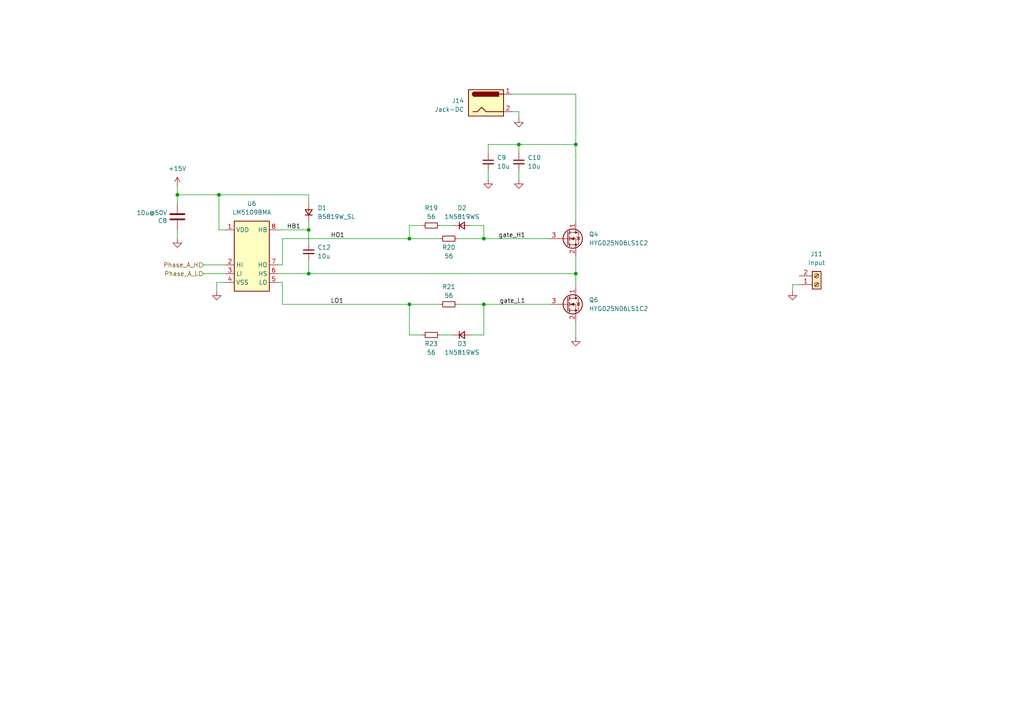
<source format=kicad_sch>
(kicad_sch (version 20230121) (generator eeschema)
  (paper "A4")
  (lib_symbols
    (symbol "Connector:Jack-DC" (pin_names (offset 1.016))
      (property "Reference" "J" (at 0 5.334 0))
      (property "Value" "Jack-DC" (at 0 -5.08 0))
      (symbol "Jack-DC_0_1"
        (rectangle (start -5.08 3.81) (end 5.08 -3.81) (stroke (width 0.254)) (fill (type background)))
        (arc (start -3.302 3.175) (mid -3.9343 2.54) (end -3.302 1.905) (stroke (width 0.254)))
        (arc (start -3.302 3.175) (mid -3.9343 2.54) (end -3.302 1.905) (stroke (width 0.254)) (fill (type outline)))
        (polyline (pts (xy 5.08 2.54) (xy 3.81 2.54)) (stroke (width 0.254)))
        (polyline (pts (xy -3.81 -2.54) (xy -2.54 -2.54) (xy -1.27 -1.27) (xy 0 -2.54) (xy 2.54 -2.54) (xy 5.08 -2.54)) (stroke (width 0.254)))
        (rectangle (start 3.683 3.175) (end -3.302 1.905) (stroke (width 0.254)) (fill (type outline)))
      )
      (symbol "Jack-DC_1_1"
        (pin passive line (at 7.62 2.54 180) (length 2.54) (name "~") (number "1"))
        (pin passive line (at 7.62 -2.54 180) (length 2.54) (name "~") (number "2"))
      )
    )
    (symbol "Connector:Screw_Terminal_01x02" (pin_names (offset 1.016) hide)
      (property "Reference" "J" (at 0 2.54 0))
      (property "Value" "Screw_Terminal_01x02" (at 0 -5.08 0))
      (symbol "Screw_Terminal_01x02_1_1"
        (rectangle (start -1.27 1.27) (end 1.27 -3.81) (stroke (width 0.254)) (fill (type background)))
        (circle (center 0 -2.54) (radius 0.635) (stroke (width 0.1524)))
        (polyline (pts (xy -0.5334 -2.2098) (xy 0.3302 -3.048)) (stroke (width 0.1524)))
        (polyline (pts (xy -0.5334 0.3302) (xy 0.3302 -0.508)) (stroke (width 0.1524)))
        (polyline (pts (xy -0.3556 -2.032) (xy 0.508 -2.8702)) (stroke (width 0.1524)))
        (polyline (pts (xy -0.3556 0.508) (xy 0.508 -0.3302)) (stroke (width 0.1524)))
        (circle (center 0 0) (radius 0.635) (stroke (width 0.1524)))
        (pin passive line (at -5.08 0 0) (length 3.81) (name "Pin_1") (number "1"))
        (pin passive line (at -5.08 -2.54 0) (length 3.81) (name "Pin_2") (number "2"))
      )
    )
    (symbol "D_Small_1" (pin_numbers hide) (pin_names (offset 0.254) hide)
      (property "Reference" "D" (at -1.27 2.032 0))
      (property "Value" "D_Small" (at -3.81 -2.032 0))
      (symbol "D_Small_1_0_1"
        (polyline (pts (xy -0.762 -1.016) (xy -0.762 1.016)) (stroke (width 0.254)))
        (polyline (pts (xy -0.762 0) (xy 0.762 0)))
        (polyline (pts (xy 0.762 -1.016) (xy -0.762 0) (xy 0.762 1.016) (xy 0.762 -1.016)) (stroke (width 0.254)))
      )
      (symbol "D_Small_1_1_1"
        (pin passive line (at -2.54 0 0) (length 1.778) (name "K") (number "1"))
        (pin passive line (at 2.54 0 180) (length 1.778) (name "A") (number "2"))
      )
    )
    (symbol "Device:C" (pin_numbers hide) (pin_names (offset 0.254))
      (property "Reference" "C" (at 0.635 2.54 0))
      (property "Value" "C" (at 0.635 -2.54 0))
      (symbol "C_0_1"
        (polyline (pts (xy -2.032 -0.762) (xy 2.032 -0.762)) (stroke (width 0.508)))
        (polyline (pts (xy -2.032 0.762) (xy 2.032 0.762)) (stroke (width 0.508)))
      )
      (symbol "C_1_1"
        (pin passive line (at 0 3.81 270) (length 2.794) (name "~") (number "1"))
        (pin passive line (at 0 -3.81 90) (length 2.794) (name "~") (number "2"))
      )
    )
    (symbol "Device:C_Small" (pin_numbers hide) (pin_names (offset 0.254) hide)
      (property "Reference" "C" (at 0.254 1.778 0))
      (property "Value" "C_Small" (at 0.254 -2.032 0))
      (symbol "C_Small_0_1"
        (polyline (pts (xy -1.524 -0.508) (xy 1.524 -0.508)) (stroke (width 0.3302)))
        (polyline (pts (xy -1.524 0.508) (xy 1.524 0.508)) (stroke (width 0.3048)))
      )
      (symbol "C_Small_1_1"
        (pin passive line (at 0 2.54 270) (length 2.032) (name "~") (number "1"))
        (pin passive line (at 0 -2.54 90) (length 2.032) (name "~") (number "2"))
      )
    )
    (symbol "Device:D_Small" (pin_numbers hide) (pin_names (offset 0.254) hide)
      (property "Reference" "D" (at -1.27 2.032 0))
      (property "Value" "D_Small" (at -3.81 -2.032 0))
      (symbol "D_Small_0_1"
        (polyline (pts (xy -0.762 -1.016) (xy -0.762 1.016)) (stroke (width 0.254)))
        (polyline (pts (xy -0.762 0) (xy 0.762 0)))
        (polyline (pts (xy 0.762 -1.016) (xy -0.762 0) (xy 0.762 1.016) (xy 0.762 -1.016)) (stroke (width 0.254)))
      )
      (symbol "D_Small_1_1"
        (pin passive line (at -2.54 0 0) (length 1.778) (name "K") (number "1"))
        (pin passive line (at 2.54 0 180) (length 1.778) (name "A") (number "2"))
      )
    )
    (symbol "Device:Q_NMOS_DSG" (pin_names (offset 0) hide)
      (property "Reference" "Q" (at 5.08 1.27 0))
      (property "Value" "Q_NMOS_DSG" (at 5.08 -1.27 0))
      (symbol "Q_NMOS_DSG_0_1"
        (polyline (pts (xy 0.254 0) (xy -2.54 0)))
        (polyline (pts (xy 0.254 1.905) (xy 0.254 -1.905)) (stroke (width 0.254)))
        (polyline (pts (xy 0.762 -1.27) (xy 0.762 -2.286)) (stroke (width 0.254)))
        (polyline (pts (xy 0.762 0.508) (xy 0.762 -0.508)) (stroke (width 0.254)))
        (polyline (pts (xy 0.762 2.286) (xy 0.762 1.27)) (stroke (width 0.254)))
        (polyline (pts (xy 2.54 2.54) (xy 2.54 1.778)))
        (polyline (pts (xy 2.54 -2.54) (xy 2.54 0) (xy 0.762 0)))
        (polyline (pts (xy 0.762 -1.778) (xy 3.302 -1.778) (xy 3.302 1.778) (xy 0.762 1.778)))
        (polyline (pts (xy 1.016 0) (xy 2.032 0.381) (xy 2.032 -0.381) (xy 1.016 0)) (fill (type outline)))
        (polyline (pts (xy 2.794 0.508) (xy 2.921 0.381) (xy 3.683 0.381) (xy 3.81 0.254)))
        (polyline (pts (xy 3.302 0.381) (xy 2.921 -0.254) (xy 3.683 -0.254) (xy 3.302 0.381)))
        (circle (center 1.651 0) (radius 2.794) (stroke (width 0.254)))
        (circle (center 2.54 -1.778) (radius 0.254) (fill (type outline)))
        (circle (center 2.54 1.778) (radius 0.254) (fill (type outline)))
      )
      (symbol "Q_NMOS_DSG_1_1"
        (pin passive line (at 2.54 5.08 270) (length 2.54) (name "D") (number "1"))
        (pin passive line (at 2.54 -5.08 90) (length 2.54) (name "S") (number "2"))
        (pin input line (at -5.08 0 0) (length 2.54) (name "G") (number "3"))
      )
    )
    (symbol "Device:R_Small" (pin_numbers hide) (pin_names (offset 0.254) hide)
      (property "Reference" "R" (at 0.762 0.508 0))
      (property "Value" "R_Small" (at 0.762 -1.016 0))
      (symbol "R_Small_0_1"
        (rectangle (start -0.762 1.778) (end 0.762 -1.778) (stroke (width 0.2032)))
      )
      (symbol "R_Small_1_1"
        (pin passive line (at 0 2.54 270) (length 0.762) (name "~") (number "1"))
        (pin passive line (at 0 -2.54 90) (length 0.762) (name "~") (number "2"))
      )
    )
    (symbol "Driver_FET:LM5109BMA"
      (property "Reference" "U" (at 0 13.97 0))
      (property "Value" "LM5109BMA" (at 0 11.43 0))
      (symbol "LM5109BMA_0_1"
        (rectangle (start -5.08 -10.16) (end 5.08 10.16) (stroke (width 0.254)) (fill (type background)))
      )
      (symbol "LM5109BMA_1_1"
        (pin power_in line (at -7.62 7.62 0) (length 2.54) (name "VDD") (number "1"))
        (pin input line (at -7.62 -2.54 0) (length 2.54) (name "HI") (number "2"))
        (pin input line (at -7.62 -5.08 0) (length 2.54) (name "LI") (number "3"))
        (pin power_in line (at -7.62 -7.62 0) (length 2.54) (name "VSS") (number "4"))
        (pin output line (at 7.62 -7.62 180) (length 2.54) (name "LO") (number "5"))
        (pin passive line (at 7.62 -5.08 180) (length 2.54) (name "HS") (number "6"))
        (pin output line (at 7.62 -2.54 180) (length 2.54) (name "HO") (number "7"))
        (pin passive line (at 7.62 7.62 180) (length 2.54) (name "HB") (number "8"))
      )
    )
    (symbol "power:+15V" (power) (pin_names (offset 0))
      (property "Value" "+15V" (at 0 3.556 0))
      (symbol "+15V_0_1"
        (polyline (pts (xy -0.762 1.27) (xy 0 2.54)))
        (polyline (pts (xy 0 0) (xy 0 2.54)))
        (polyline (pts (xy 0 2.54) (xy 0.762 1.27)))
      )
      (symbol "+15V_1_1"
        (pin power_in line (at 0 0 90) (length 0) hide (name "+15V") (number "1"))
      )
    )
    (symbol "power:GND" (power) (pin_names (offset 0))
      (property "Value" "GND" (at 0 -3.81 0))
      (symbol "GND_0_1"
        (polyline (pts (xy 0 0) (xy 0 -1.27) (xy 1.27 -1.27) (xy 0 -2.54) (xy -1.27 -1.27) (xy 0 -1.27)))
      )
      (symbol "GND_1_1"
        (pin power_in line (at 0 0 270) (length 0) hide (name "GND") (number "1"))
      )
    )
  )
  (junction (at 150.495 41.91))
  (junction (at 167.005 41.91))
  (junction (at 63.5 56.515))
  (junction (at 118.745 88.265))
  (junction (at 89.535 79.375))
  (junction (at 89.535 66.675))
  (junction (at 167.005 79.375))
  (junction (at 140.335 69.215))
  (junction (at 140.335 88.265))
  (junction (at 118.745 69.215))
  (junction (at 51.435 56.515))
  (wire (pts (xy 140.335 65.405) (xy 136.525 65.405)))
  (wire (pts (xy 167.005 41.91) (xy 167.005 64.135)))
  (wire (pts (xy 148.59 27.305) (xy 167.005 27.305)))
  (wire (pts (xy 51.435 56.515) (xy 63.5 56.515)))
  (wire (pts (xy 80.645 66.675) (xy 89.535 66.675)))
  (wire (pts (xy 150.495 32.385) (xy 150.495 34.29)))
  (wire (pts (xy 122.555 65.405) (xy 118.745 65.405)))
  (wire (pts (xy 81.915 69.215) (xy 118.745 69.215)))
  (wire (pts (xy 63.5 56.515) (xy 89.535 56.515)))
  (wire (pts (xy 140.335 88.265) (xy 159.385 88.265)))
  (wire (pts (xy 141.605 49.53) (xy 141.605 52.07)))
  (wire (pts (xy 63.5 56.515) (xy 63.5 66.675)))
  (wire (pts (xy 80.645 81.915) (xy 81.915 81.915)))
  (wire (pts (xy 63.5 66.675) (xy 65.405 66.675)))
  (wire (pts (xy 118.745 88.265) (xy 118.745 97.155)))
  (wire (pts (xy 131.445 97.155) (xy 127.635 97.155)))
  (wire (pts (xy 141.605 41.91) (xy 150.495 41.91)))
  (wire (pts (xy 118.745 65.405) (xy 118.745 69.215)))
  (wire (pts (xy 51.435 56.515) (xy 51.435 59.055)))
  (wire (pts (xy 118.745 69.215) (xy 127.635 69.215)))
  (wire (pts (xy 89.535 56.515) (xy 89.535 59.055)))
  (wire (pts (xy 231.775 82.55) (xy 229.87 82.55)))
  (wire (pts (xy 89.535 64.135) (xy 89.535 66.675)))
  (wire (pts (xy 132.715 69.215) (xy 140.335 69.215)))
  (wire (pts (xy 80.645 79.375) (xy 89.535 79.375)))
  (wire (pts (xy 81.915 76.835) (xy 81.915 69.215)))
  (wire (pts (xy 51.435 53.975) (xy 51.435 56.515)))
  (wire (pts (xy 62.865 81.915) (xy 65.405 81.915)))
  (wire (pts (xy 59.055 79.375) (xy 65.405 79.375)))
  (wire (pts (xy 167.005 41.91) (xy 150.495 41.91)))
  (wire (pts (xy 140.335 69.215) (xy 159.385 69.215)))
  (wire (pts (xy 150.495 49.53) (xy 150.495 52.07)))
  (wire (pts (xy 59.055 76.835) (xy 65.405 76.835)))
  (wire (pts (xy 131.445 65.405) (xy 127.635 65.405)))
  (wire (pts (xy 122.555 97.155) (xy 118.745 97.155)))
  (wire (pts (xy 89.535 79.375) (xy 167.005 79.375)))
  (wire (pts (xy 81.915 81.915) (xy 81.915 88.265)))
  (wire (pts (xy 132.715 88.265) (xy 140.335 88.265)))
  (wire (pts (xy 167.005 79.375) (xy 167.005 83.185)))
  (wire (pts (xy 140.335 97.155) (xy 136.525 97.155)))
  (wire (pts (xy 89.535 79.375) (xy 89.535 75.565)))
  (wire (pts (xy 148.59 32.385) (xy 150.495 32.385)))
  (wire (pts (xy 140.335 69.215) (xy 140.335 65.405)))
  (wire (pts (xy 150.495 41.91) (xy 150.495 44.45)))
  (wire (pts (xy 167.005 93.345) (xy 167.005 97.79)))
  (wire (pts (xy 229.87 82.55) (xy 229.87 84.455)))
  (wire (pts (xy 167.005 79.375) (xy 167.005 74.295)))
  (wire (pts (xy 62.865 81.915) (xy 62.865 84.455)))
  (wire (pts (xy 51.435 66.675) (xy 51.435 69.215)))
  (wire (pts (xy 141.605 44.45) (xy 141.605 41.91)))
  (wire (pts (xy 81.915 88.265) (xy 118.745 88.265)))
  (wire (pts (xy 167.005 27.305) (xy 167.005 41.91)))
  (wire (pts (xy 140.335 88.265) (xy 140.335 97.155)))
  (wire (pts (xy 89.535 70.485) (xy 89.535 66.675)))
  (wire (pts (xy 80.645 76.835) (xy 81.915 76.835)))
  (wire (pts (xy 118.745 88.265) (xy 127.635 88.265)))
  (label "gate_L1" (at 152.4 88.265 180))
  (label "HB1" (at 83.185 66.675 0))
  (label "HO1" (at 95.885 69.215 0))
  (label "gate_H1" (at 152.4 69.215 180))
  (label "LO1" (at 95.885 88.265 0))
  (hierarchical_label "Phase_A_H" (shape input) (at 59.055 76.835 180))
  (hierarchical_label "Phase_A_L" (shape input) (at 59.055 79.375 180))
  (symbol (lib_id "power:GND") (at 62.865 84.455 0) (unit 1)
    (property "Reference" "#PWR042" (effects hide))
    (property "Value" "GND" (effects hide))
    (instances (project "Small_load_V1" (path "" (reference "#PWR042") (unit 1))) (project "ESP32_dual_ESC" (path "" (reference "#PWR05") (unit 1))) (project "RP2040_ESP32_dual_ESC" (path "" (reference "#PWR046") (unit 1)) (path "" (reference "#PWR05") (unit 1))))
  )
  (symbol (lib_id "Device:R_Small") (at 130.175 69.215 270) (mirror x) (unit 1)
    (property "Reference" "R20" (at 130.175 71.755 90))
    (property "Value" "56" (at 130.175 74.295 90))
    (property "Footprint" "Resistor_SMD:R_0603_1608Metric" (effects hide))
    (property "LCSC" "C25196" (effects hide))
    (instances (project "Small_load_V1" (path "" (reference "R20") (unit 1))) (project "ESP32_dual_ESC" (path "" (reference "R17") (unit 1)) (path "" (reference "R28") (unit 1))) (project "RP2040_ESP32_dual_ESC" (path "" (reference "R42") (unit 1)) (path "" (reference "R17") (unit 1))))
  )
  (symbol (lib_id "Device:C_Small") (at 89.535 73.025 0) (unit 1)
    (property "Reference" "C12" (at 92.075 71.7612 0) (effects (justify left)))
    (property "Value" "10u" (at 92.075 74.3012 0) (effects (justify left)))
    (property "Footprint" "Capacitor_SMD:C_0805_2012Metric" (effects hide))
    (property "LCSC" "C15850" (effects hide))
    (instances (project "Small_load_V1" (path "" (reference "C12") (unit 1))) (project "ESP32_dual_ESC" (path "" (reference "C2") (unit 1)) (path "" (reference "C19") (unit 1))) (project "RP2040_ESP32_dual_ESC" (path "" (reference "C24") (unit 1)) (path "" (reference "C2") (unit 1))))
  )
  (symbol (lib_id "power:GND") (at 229.87 84.455 0) (unit 1) (in_bom no)
    (property "Reference" "#PWR067" (effects hide))
    (property "Value" "GND" (effects hide))
    (instances (project "Small_load_V1" (path "" (reference "#PWR067") (unit 1)) (path "" (reference "#PWR045") (unit 1))))
  )
  (symbol (lib_id "power:GND") (at 51.435 69.215 0) (unit 1)
    (property "Reference" "#PWR039" (effects hide))
    (property "Value" "GND" (effects hide))
    (instances (project "Small_load_V1" (path "" (reference "#PWR039") (unit 1))) (project "ESP32_dual_ESC" (path "" (reference "#PWR03") (unit 1))) (project "RP2040_ESP32_dual_ESC" (path "" (reference "#PWR045") (unit 1)) (path "" (reference "#PWR03") (unit 1))))
  )
  (symbol (lib_id "Driver_FET:LM5109BMA") (at 73.025 74.295 0) (unit 1)
    (property "Reference" "U6" (at 73.025 59.055 0))
    (property "Value" "LM5109BMA" (at 73.025 61.595 0))
    (property "Footprint" "Package_SO:SOIC-8_3.9x4.9mm_P1.27mm" (effects hide))
    (property "Datasheet" "http://www.ti.com/lit/ds/symlink/lm5109b.pdf" (effects hide))
    (property "LCSC" "C116862" (effects hide))
    (instances (project "Small_load_V1" (path "" (reference "U6") (unit 1))) (project "ESP32_dual_ESC" (path "" (reference "U2") (unit 1))) (project "RP2040_ESP32_dual_ESC" (path "" (reference "U9") (unit 1)) (path "" (reference "U2") (unit 1))))
  )
  (symbol (lib_id "Device:Q_NMOS_DSG") (at 164.465 69.215 0) (unit 1)
    (property "Reference" "Q4" (at 170.815 67.9449 0) (effects (justify left)))
    (property "Value" "HYG025N06LS1C2" (at 170.815 70.4849 0) (effects (justify left)))
    (property "Footprint" "Z_mycustom_footprint_lib:DFN-8_(5x6)" (effects hide))
    (property "Datasheet" "https://datasheet.lcsc.com/lcsc/2105242011_HUAYI-HYG025N06LS1C2_C2827231.pdf" (effects hide))
    (property "LCSC" "C2827231" (effects hide))
    (instances (project "Small_load_V1" (path "" (reference "Q4") (unit 1))) (project "ESP32_dual_ESC" (path "" (reference "Q1") (unit 1))) (project "RP2040_ESP32_dual_ESC" (path "" (reference "Q7") (unit 1)) (path "" (reference "Q1") (unit 1))))
  )
  (symbol (lib_id "Device:R_Small") (at 125.095 65.405 90) (mirror x) (unit 1)
    (property "Reference" "R19" (at 125.095 60.325 90))
    (property "Value" "56" (at 125.095 62.865 90))
    (property "Footprint" "Resistor_SMD:R_0603_1608Metric" (effects hide))
    (property "LCSC" "C25196" (effects hide))
    (instances (project "Small_load_V1" (path "" (reference "R19") (unit 1))) (project "ESP32_dual_ESC" (path "" (reference "R42") (unit 1)) (path "" (reference "R28") (unit 1))) (project "RP2040_ESP32_dual_ESC" (path "" (reference "R42") (unit 1)) (path "" (reference "R17") (unit 1))))
  )
  (symbol (lib_id "Device:C_Small") (at 141.605 46.99 0) (unit 1)
    (property "Reference" "C9" (at 144.145 45.7262 0) (effects (justify left)))
    (property "Value" "10u" (at 144.145 48.2662 0) (effects (justify left)))
    (property "Footprint" "Capacitor_SMD:C_1206_3216Metric" (effects hide))
    (property "LCSC" "C13585" (effects hide))
    (instances (project "Small_load_V1" (path "" (reference "C9") (unit 1))) (project "ESP32_dual_ESC" (path "" (reference "C72") (unit 1)) (path "" (reference "C66") (unit 1))) (project "RP2040_ESP32_dual_ESC" (path "" (reference "C24") (unit 1)) (path "" (reference "C2") (unit 1))))
  )
  (symbol (lib_id "power:GND") (at 150.495 52.07 0) (unit 1)
    (property "Reference" "#PWR041" (effects hide))
    (property "Value" "GND" (effects hide))
    (instances (project "Small_load_V1" (path "" (reference "#PWR041") (unit 1))) (project "ESP32_dual_ESC" (path "" (reference "#PWR093") (unit 1)) (path "" (reference "#PWR047") (unit 1))) (project "RP2040_ESP32_dual_ESC" (path "" (reference "#PWR0109") (unit 1)) (path "" (reference "#PWR0101") (unit 1))))
  )
  (symbol (lib_id "Device:Q_NMOS_DSG") (at 164.465 88.265 0) (unit 1)
    (property "Reference" "Q6" (at 170.815 86.9949 0) (effects (justify left)))
    (property "Value" "HYG025N06LS1C2" (at 170.815 89.5349 0) (effects (justify left)))
    (property "Footprint" "Z_mycustom_footprint_lib:DFN-8_(5x6)" (effects hide))
    (property "Datasheet" "https://datasheet.lcsc.com/lcsc/2105242011_HUAYI-HYG025N06LS1C2_C2827231.pdf" (effects hide))
    (property "LCSC" "C2827231" (effects hide))
    (instances (project "Small_load_V1" (path "" (reference "Q6") (unit 1))) (project "ESP32_dual_ESC" (path "" (reference "Q2") (unit 1))) (project "RP2040_ESP32_dual_ESC" (path "" (reference "Q8") (unit 1)) (path "" (reference "Q2") (unit 1))))
  )
  (symbol (lib_id "Connector:Screw_Terminal_01x02") (at 236.855 82.55 0) (mirror x) (unit 1)
    (property "Reference" "J11" (at 236.855 73.66 0))
    (property "Value" "Input" (at 236.855 76.2 0))
    (property "Footprint" "TerminalBlock:TerminalBlock_Altech_AK300-2_P5.00mm" (effects hide))
    (instances (project "Small_load_V1" (path "" (reference "J11") (unit 1)) (path "" (reference "J6") (unit 1))))
  )
  (symbol (lib_name "D_Small_1") (lib_id "Device:D_Small") (at 133.985 97.155 0) (unit 1)
    (property "Reference" "D3" (at 133.985 99.695 0))
    (property "Value" "1N5819WS" (at 133.985 102.235 0))
    (property "Footprint" "Diode_SMD:D_SOD-323" (effects hide))
    (property "Datasheet" "https://datasheet.lcsc.com/lcsc/2204281430_Guangdong-Hottech-1N5819WS_C191023.pdf" (effects hide))
    (property "Sim.Device" "D" (effects hide))
    (property "Sim.Pins" "1=K 2=A" (effects hide))
    (property "LCSC" "C191023" (effects hide))
    (instances (project "Small_load_V1" (path "" (reference "D3") (unit 1))) (project "ESP32_dual_ESC" (path "" (reference "D15") (unit 1)) (path "" (reference "D17") (unit 1))))
  )
  (symbol (lib_id "Device:D_Small") (at 89.535 61.595 90) (unit 1)
    (property "Reference" "D1" (at 92.075 60.3249 90) (effects (justify right)))
    (property "Value" "B5819W_SL" (at 92.075 62.8649 90) (effects (justify right)))
    (property "Footprint" "Diode_SMD:D_SOD-123" (effects hide))
    (property "LCSC" "C8598" (effects hide))
    (instances (project "Small_load_V1" (path "" (reference "D1") (unit 1))) (project "ESP32_dual_ESC" (path "" (reference "D1") (unit 1))) (project "RP2040_ESP32_dual_ESC" (path "" (reference "D6") (unit 1)) (path "" (reference "D1") (unit 1))))
  )
  (symbol (lib_id "power:+15V") (at 51.435 53.975 0) (unit 1)
    (property "Reference" "#PWR038" (effects hide))
    (property "Value" "+15V" (at 51.435 48.895 0))
    (instances (project "Small_load_V1" (path "" (reference "#PWR038") (unit 1))) (project "ESP32_dual_ESC" (path "" (reference "#PWR02") (unit 1))) (project "RP2040_ESP32_dual_ESC" (path "" (reference "#PWR044") (unit 1)) (path "" (reference "#PWR02") (unit 1))))
  )
  (symbol (lib_id "Device:C_Small") (at 150.495 46.99 0) (unit 1)
    (property "Reference" "C10" (at 153.035 45.7262 0) (effects (justify left)))
    (property "Value" "10u" (at 153.035 48.2662 0) (effects (justify left)))
    (property "Footprint" "Capacitor_SMD:C_1206_3216Metric" (effects hide))
    (property "LCSC" "C13585" (effects hide))
    (instances (project "Small_load_V1" (path "" (reference "C10") (unit 1))) (project "ESP32_dual_ESC" (path "" (reference "C73") (unit 1)) (path "" (reference "C67") (unit 1))) (project "RP2040_ESP32_dual_ESC" (path "" (reference "C24") (unit 1)) (path "" (reference "C2") (unit 1))))
  )
  (symbol (lib_id "Device:R_Small") (at 125.095 97.155 270) (mirror x) (unit 1)
    (property "Reference" "R23" (at 125.095 99.695 90))
    (property "Value" "56" (at 125.095 102.235 90))
    (property "Footprint" "Resistor_SMD:R_0603_1608Metric" (effects hide))
    (property "LCSC" "C25196" (effects hide))
    (instances (project "Small_load_V1" (path "" (reference "R23") (unit 1))) (project "ESP32_dual_ESC" (path "" (reference "R59") (unit 1)) (path "" (reference "R28") (unit 1))) (project "RP2040_ESP32_dual_ESC" (path "" (reference "R42") (unit 1)) (path "" (reference "R17") (unit 1))))
  )
  (symbol (lib_id "Device:R_Small") (at 130.175 88.265 90) (mirror x) (unit 1)
    (property "Reference" "R21" (at 130.175 83.185 90))
    (property "Value" "56" (at 130.175 85.725 90))
    (property "Footprint" "Resistor_SMD:R_0603_1608Metric" (effects hide))
    (property "LCSC" "C25196" (effects hide))
    (instances (project "Small_load_V1" (path "" (reference "R21") (unit 1))) (project "ESP32_dual_ESC" (path "" (reference "R5") (unit 1)) (path "" (reference "R28") (unit 1))) (project "RP2040_ESP32_dual_ESC" (path "" (reference "R42") (unit 1)) (path "" (reference "R17") (unit 1))))
  )
  (symbol (lib_name "D_Small_1") (lib_id "Device:D_Small") (at 133.985 65.405 0) (unit 1)
    (property "Reference" "D2" (at 133.985 60.325 0))
    (property "Value" "1N5819WS" (at 133.985 62.865 0))
    (property "Footprint" "Diode_SMD:D_SOD-323" (effects hide))
    (property "Datasheet" "https://datasheet.lcsc.com/lcsc/2204281430_Guangdong-Hottech-1N5819WS_C191023.pdf" (effects hide))
    (property "Sim.Device" "D" (effects hide))
    (property "Sim.Pins" "1=K 2=A" (effects hide))
    (property "LCSC" "C191023" (effects hide))
    (instances (project "Small_load_V1" (path "" (reference "D2") (unit 1))) (project "ESP32_dual_ESC" (path "" (reference "D7") (unit 1)) (path "" (reference "D16") (unit 1))))
  )
  (symbol (lib_id "power:GND") (at 167.005 97.79 0) (unit 1)
    (property "Reference" "#PWR043" (effects hide))
    (property "Value" "GND" (effects hide))
    (instances (project "Small_load_V1" (path "" (reference "#PWR043") (unit 1))) (project "ESP32_dual_ESC" (path "" (reference "#PWR06") (unit 1))) (project "RP2040_ESP32_dual_ESC" (path "" (reference "#PWR0109") (unit 1)) (path "" (reference "#PWR0101") (unit 1))))
  )
  (symbol (lib_id "power:GND") (at 141.605 52.07 0) (unit 1)
    (property "Reference" "#PWR040" (effects hide))
    (property "Value" "GND" (effects hide))
    (instances (project "Small_load_V1" (path "" (reference "#PWR040") (unit 1))) (project "ESP32_dual_ESC" (path "" (reference "#PWR092") (unit 1)) (path "" (reference "#PWR046") (unit 1))) (project "RP2040_ESP32_dual_ESC" (path "" (reference "#PWR0109") (unit 1)) (path "" (reference "#PWR0101") (unit 1))))
  )
  (symbol (lib_id "power:GND") (at 150.495 34.29 0) (unit 1)
    (property "Reference" "#PWR078" (effects hide))
    (property "Value" "GND" (effects hide))
    (instances (project "Ethernet_switch_4out" (path "" (reference "#PWR078") (unit 1)) (path "" (reference "#PWR0176") (unit 1))) (project "cross_band_handy_walkie_talkie_ES8388" (path "" (reference "#PWR045") (unit 1))) (project "Small_load_V1" (path "" (reference "#PWR065") (unit 1)) (path "" (reference "#PWR044") (unit 1))))
  )
  (symbol (lib_id "Connector:Jack-DC") (at 140.97 29.845 0) (unit 1)
    (property "Reference" "J14" (at 134.62 29.21 0) (effects (justify right)))
    (property "Value" "Jack-DC" (at 134.62 31.75 0) (effects (justify right)))
    (property "Footprint" "Connector_BarrelJack:BarrelJack_Wuerth_6941xx301002" (effects hide))
    (instances (project "Ethernet_switch_4out" (path "" (reference "J14") (unit 1))) (project "Small_load_V1" (path "" (reference "J10") (unit 1)) (path "" (reference "J3") (unit 1))))
  )
  (symbol (lib_id "Device:C") (at 51.435 62.865 180) (unit 1)
    (property "Reference" "C8" (at 48.514 64.0334 0) (effects (justify left)))
    (property "Value" "10u@50V" (at 48.514 61.722 0) (effects (justify left)))
    (property "Footprint" "Capacitor_SMD:C_0805_2012Metric" (effects hide))
    (property "LCSC" "C440198" (effects hide))
    (instances (project "Small_load_V1" (path "" (reference "C8") (unit 1))) (project "ESP32_dual_ESC" (path "" (reference "C1") (unit 1))) (project "RP2040_ESP32_dual_ESC" (path "" (reference "C23") (unit 1)) (path "" (reference "C1") (unit 1))))
  )
)
</source>
